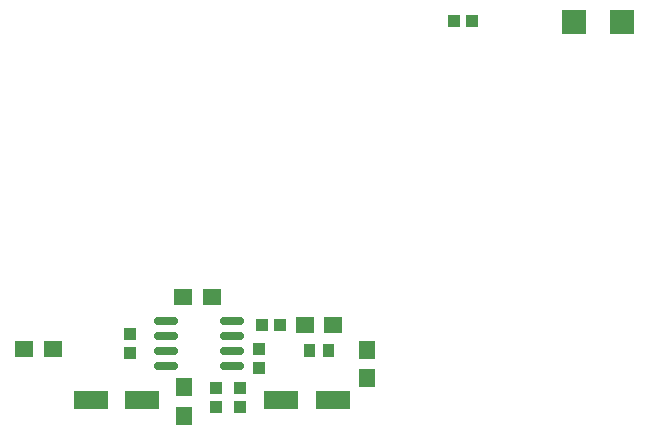
<source format=gtp>
G04 Layer: TopPasteMaskLayer*
G04 EasyEDA v6.4.19.5, 2021-06-08T16:18:50+02:00*
G04 4e34ef463dd44b9695d7138247dbe7fd,563db0ff5b334ec4995e7372edb549dc,10*
G04 Gerber Generator version 0.2*
G04 Scale: 100 percent, Rotated: No, Reflected: No *
G04 Dimensions in millimeters *
G04 leading zeros omitted , absolute positions ,4 integer and 5 decimal *
%FSLAX45Y45*%
%MOMM*%

%ADD13C,0.7000*%
%ADD15R,3.0000X1.6000*%
%ADD16R,1.5000X1.3589*%
%ADD17R,2.0000X2.0000*%
%ADD18R,1.0000X1.1000*%
%ADD19R,1.1000X1.0000*%
%ADD20R,1.3589X1.5000*%

%LPD*%
D13*
X4878908Y10020297D02*
G01*
X4748908Y10020297D01*
X4878908Y10147297D02*
G01*
X4748908Y10147297D01*
X4878908Y10274297D02*
G01*
X4748908Y10274297D01*
X4878908Y10401297D02*
G01*
X4748908Y10401297D01*
X4318914Y10020297D02*
G01*
X4188914Y10020297D01*
X4318914Y10147297D02*
G01*
X4188914Y10147297D01*
X4318914Y10274297D02*
G01*
X4188914Y10274297D01*
X4318914Y10401297D02*
G01*
X4188914Y10401297D01*
D15*
G01*
X5668289Y9728200D03*
G01*
X5228310Y9728200D03*
G01*
X4055389Y9728200D03*
G01*
X3615410Y9728200D03*
D16*
G01*
X3294981Y10160000D03*
G01*
X3055002Y10160000D03*
D17*
G01*
X8117840Y12928600D03*
G01*
X7706359Y12928600D03*
D18*
G01*
X6689105Y12941300D03*
G01*
X6849099Y12941300D03*
D19*
G01*
X4673600Y9673605D03*
G01*
X4673600Y9833599D03*
G01*
X5041900Y10003805D03*
G01*
X5041900Y10163799D03*
D18*
G01*
X5063505Y10363200D03*
G01*
X5223499Y10363200D03*
D19*
G01*
X4876800Y9673605D03*
G01*
X4876800Y9833599D03*
G36*
X5579907Y10202301D02*
G01*
X5679907Y10202301D01*
X5679907Y10092298D01*
X5579907Y10092298D01*
G37*
G36*
X5419907Y10202301D02*
G01*
X5519907Y10202301D01*
X5519907Y10092298D01*
X5419907Y10092298D01*
G37*
G01*
X3949700Y10130805D03*
G01*
X3949700Y10290799D03*
D20*
G01*
X5956300Y10152981D03*
G01*
X5956300Y9913002D03*
G36*
X5354906Y10431145D02*
G01*
X5504908Y10431145D01*
X5504908Y10295254D01*
X5354906Y10295254D01*
G37*
G36*
X5594906Y10431145D02*
G01*
X5744905Y10431145D01*
X5744905Y10295254D01*
X5594906Y10295254D01*
G37*
G01*
X4406900Y9835481D03*
G01*
X4406900Y9595502D03*
D16*
G01*
X4641181Y10604500D03*
G01*
X4401202Y10604500D03*
M02*

</source>
